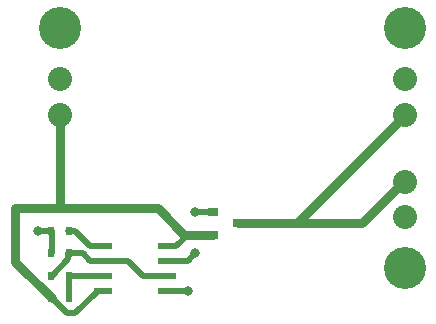
<source format=gtl>
G04*
G04 #@! TF.GenerationSoftware,Altium Limited,Altium Designer,18.1.6 (161)*
G04*
G04 Layer_Physical_Order=1*
G04 Layer_Color=255*
%FSLAX44Y44*%
%MOMM*%
G71*
G01*
G75*
%ADD14R,0.9000X0.8000*%
%ADD15R,1.5500X0.6000*%
%ADD16R,0.5000X0.8000*%
%ADD24C,0.8000*%
%ADD25C,0.5000*%
%ADD26C,0.5080*%
%ADD27C,3.5560*%
%ADD28C,2.0320*%
%ADD29C,0.8000*%
D14*
X199050Y92050D02*
D03*
Y73050D02*
D03*
X220050Y82550D02*
D03*
D15*
X160350Y25400D02*
D03*
Y38100D02*
D03*
Y50800D02*
D03*
Y63500D02*
D03*
X106350Y25400D02*
D03*
Y38100D02*
D03*
Y50800D02*
D03*
Y63500D02*
D03*
D16*
X77350Y76200D02*
D03*
X62350D02*
D03*
X77350Y38100D02*
D03*
X62350D02*
D03*
Y19050D02*
D03*
X77350D02*
D03*
Y57150D02*
D03*
X62350D02*
D03*
D24*
X270002Y82550D02*
X325628D01*
X361315Y118237D01*
X270002Y82550D02*
X361950Y174498D01*
X220050Y82550D02*
X270002D01*
X361950Y174498D02*
Y175768D01*
X31750Y50150D02*
X62850Y19050D01*
X69850Y95250D02*
X152400D01*
X31750D02*
X69850D01*
X177800Y73050D02*
X199050D01*
X174600D02*
X177800D01*
X152400Y95250D02*
X174600Y73050D01*
X31750Y50150D02*
Y95250D01*
X69850D02*
Y174498D01*
D25*
X62850Y57150D02*
Y76200D01*
X106350Y63500D02*
X107100D01*
X95250D02*
X106350D01*
Y25400D02*
X107100D01*
X101600D02*
X106350D01*
X77350Y76200D02*
X82550D01*
X76850D02*
X77350D01*
X168250Y63500D02*
X177800Y73050D01*
X62350Y76200D02*
X62850D01*
X50800D02*
X62350D01*
X82550D02*
X95250Y63500D01*
X161100D02*
X168250D01*
X161100Y25400D02*
X177800D01*
X62850Y19050D02*
X62909D01*
X75609Y6350D01*
X82550D01*
X101600Y25400D01*
D26*
X76850Y52100D02*
Y57150D01*
X106350Y38100D02*
X107100D01*
X77350D02*
X106350D01*
Y50800D02*
X127000D01*
X95250D02*
X106350D01*
X160350Y38100D02*
X161100D01*
X139700D02*
X160350D01*
X77350Y57150D02*
X88900D01*
X76850D02*
X77350D01*
X184150Y92050D02*
X199050D01*
X127000Y50800D02*
X139700Y38100D01*
X161100Y50800D02*
X177800D01*
X184150Y57150D01*
X88900D02*
X95250Y50800D01*
X62850Y38100D02*
X76850Y52100D01*
X77350Y19050D02*
Y38100D01*
D27*
X361950Y44450D02*
D03*
Y247650D02*
D03*
X69850D02*
D03*
D28*
X361950Y87630D02*
D03*
Y117602D02*
D03*
Y174498D02*
D03*
Y204470D02*
D03*
X69850Y174498D02*
D03*
Y204470D02*
D03*
D29*
X184150Y92050D02*
D03*
X50800Y76200D02*
D03*
X184150Y57150D02*
D03*
X177800Y25400D02*
D03*
M02*

</source>
